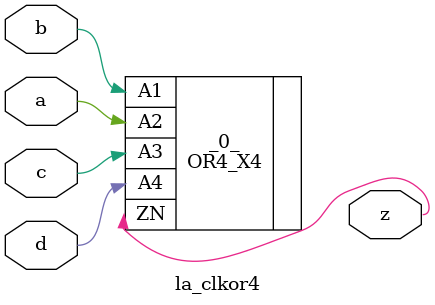
<source format=v>

/* Generated by Yosys 0.44 (git sha1 80ba43d26, g++ 11.4.0-1ubuntu1~22.04 -fPIC -O3) */

(* top =  1  *)
(* src = "inputs/la_clkor4.v:10.1-22.10" *)
module la_clkor4 (
    a,
    b,
    c,
    d,
    z
);
  (* src = "inputs/la_clkor4.v:13.12-13.13" *)
  input a;
  wire a;
  (* src = "inputs/la_clkor4.v:14.12-14.13" *)
  input b;
  wire b;
  (* src = "inputs/la_clkor4.v:15.12-15.13" *)
  input c;
  wire c;
  (* src = "inputs/la_clkor4.v:16.12-16.13" *)
  input d;
  wire d;
  (* src = "inputs/la_clkor4.v:17.12-17.13" *)
  output z;
  wire z;
  OR4_X4 _0_ (
      .A1(b),
      .A2(a),
      .A3(c),
      .A4(d),
      .ZN(z)
  );
endmodule

</source>
